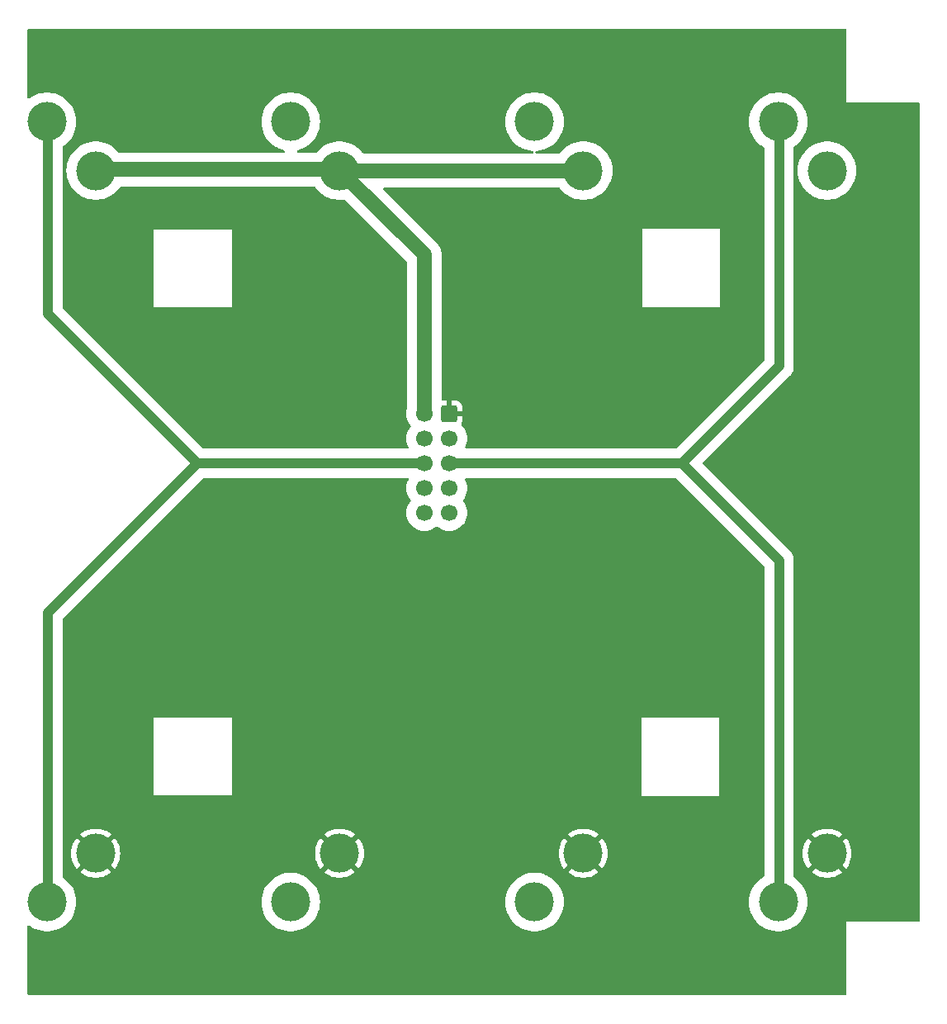
<source format=gtl>
G04 #@! TF.GenerationSoftware,KiCad,Pcbnew,(7.0.0)*
G04 #@! TF.CreationDate,2023-05-18T23:50:50+02:00*
G04 #@! TF.ProjectId,Fad_2,4661645f-322e-46b6-9963-61645f706362,rev?*
G04 #@! TF.SameCoordinates,Original*
G04 #@! TF.FileFunction,Copper,L1,Top*
G04 #@! TF.FilePolarity,Positive*
%FSLAX46Y46*%
G04 Gerber Fmt 4.6, Leading zero omitted, Abs format (unit mm)*
G04 Created by KiCad (PCBNEW (7.0.0)) date 2023-05-18 23:50:50*
%MOMM*%
%LPD*%
G01*
G04 APERTURE LIST*
G04 Aperture macros list*
%AMRoundRect*
0 Rectangle with rounded corners*
0 $1 Rounding radius*
0 $2 $3 $4 $5 $6 $7 $8 $9 X,Y pos of 4 corners*
0 Add a 4 corners polygon primitive as box body*
4,1,4,$2,$3,$4,$5,$6,$7,$8,$9,$2,$3,0*
0 Add four circle primitives for the rounded corners*
1,1,$1+$1,$2,$3*
1,1,$1+$1,$4,$5*
1,1,$1+$1,$6,$7*
1,1,$1+$1,$8,$9*
0 Add four rect primitives between the rounded corners*
20,1,$1+$1,$2,$3,$4,$5,0*
20,1,$1+$1,$4,$5,$6,$7,0*
20,1,$1+$1,$6,$7,$8,$9,0*
20,1,$1+$1,$8,$9,$2,$3,0*%
G04 Aperture macros list end*
G04 #@! TA.AperFunction,ComponentPad*
%ADD10C,4.000000*%
G04 #@! TD*
G04 #@! TA.AperFunction,ComponentPad*
%ADD11RoundRect,0.250000X0.600000X0.600000X-0.600000X0.600000X-0.600000X-0.600000X0.600000X-0.600000X0*%
G04 #@! TD*
G04 #@! TA.AperFunction,ComponentPad*
%ADD12C,1.700000*%
G04 #@! TD*
G04 #@! TA.AperFunction,Conductor*
%ADD13C,1.500000*%
G04 #@! TD*
G04 #@! TA.AperFunction,Conductor*
%ADD14C,1.000000*%
G04 #@! TD*
G04 APERTURE END LIST*
D10*
X165000000Y-135000000D03*
X160000000Y-60000000D03*
X160000000Y-140000000D03*
X165000000Y-65000000D03*
X90000000Y-135000000D03*
X85000000Y-60000000D03*
X85000000Y-140000000D03*
X90000000Y-65000000D03*
X140000000Y-135000000D03*
X135000000Y-60000000D03*
X135000000Y-140000000D03*
X140000000Y-65000000D03*
X115000000Y-135000000D03*
X110000000Y-60000000D03*
X110000000Y-140000000D03*
X115000000Y-65000000D03*
D11*
X126252500Y-89920000D03*
D12*
X123712500Y-89920000D03*
X126252500Y-92460000D03*
X123712500Y-92460000D03*
X126252500Y-95000000D03*
X123712500Y-95000000D03*
X126252500Y-97540000D03*
X123712500Y-97540000D03*
X126252500Y-100080000D03*
X123712500Y-100080000D03*
D13*
X90087500Y-64912500D02*
X115000000Y-64912500D01*
X115000000Y-64912500D02*
X115087500Y-65000000D01*
X123712500Y-89920000D02*
X123712500Y-73625000D01*
X115000000Y-65000000D02*
X140000000Y-65000000D01*
X123712500Y-73625000D02*
X115087500Y-65000000D01*
D14*
X160087500Y-59912500D02*
X160087500Y-85012500D01*
X160087500Y-104987500D02*
X160087500Y-139912500D01*
X126252500Y-95000000D02*
X150100000Y-95000000D01*
X160087500Y-85012500D02*
X150100000Y-95000000D01*
X150100000Y-95000000D02*
X160087500Y-104987500D01*
X85087500Y-59912500D02*
X85087500Y-79687500D01*
X85087500Y-79687500D02*
X100400000Y-95000000D01*
X85087500Y-139912500D02*
X85087500Y-110312500D01*
X85087500Y-110312500D02*
X100400000Y-95000000D01*
X100400000Y-95000000D02*
X123712500Y-95000000D01*
G04 #@! TA.AperFunction,Conductor*
G36*
X166937000Y-50516881D02*
G01*
X166983119Y-50563000D01*
X167000000Y-50626000D01*
X167000000Y-58000000D01*
X174374000Y-58000000D01*
X174437000Y-58016881D01*
X174483119Y-58063000D01*
X174500000Y-58126000D01*
X174500000Y-141874000D01*
X174483119Y-141937000D01*
X174437000Y-141983119D01*
X174374000Y-142000000D01*
X167000000Y-142000000D01*
X167000000Y-142016590D01*
X167000000Y-149374000D01*
X166983119Y-149437000D01*
X166937000Y-149483119D01*
X166874000Y-149500000D01*
X83126000Y-149500000D01*
X83063000Y-149483119D01*
X83016881Y-149437000D01*
X83000000Y-149374000D01*
X83000000Y-142508712D01*
X83018759Y-142442565D01*
X83069450Y-142396115D01*
X83136980Y-142383191D01*
X83201240Y-142407643D01*
X83202375Y-142408488D01*
X83205189Y-142410849D01*
X83208255Y-142412865D01*
X83208257Y-142412867D01*
X83253410Y-142442565D01*
X83497207Y-142602913D01*
X83500466Y-142604550D01*
X83500470Y-142604552D01*
X83579672Y-142644328D01*
X83809549Y-142759777D01*
X84137989Y-142879319D01*
X84478086Y-142959923D01*
X84825241Y-143000500D01*
X85171090Y-143000500D01*
X85174759Y-143000500D01*
X85521914Y-142959923D01*
X85862011Y-142879319D01*
X86190451Y-142759777D01*
X86502793Y-142602913D01*
X86794811Y-142410849D01*
X87062558Y-142186183D01*
X87302412Y-141931953D01*
X87511130Y-141651596D01*
X87685889Y-141348904D01*
X87824326Y-141027971D01*
X87924569Y-140693136D01*
X87985262Y-140348927D01*
X88005585Y-140000000D01*
X106994415Y-140000000D01*
X107014738Y-140348927D01*
X107015372Y-140352522D01*
X107015373Y-140352531D01*
X107074793Y-140689523D01*
X107074796Y-140689538D01*
X107075431Y-140693136D01*
X107175674Y-141027971D01*
X107177121Y-141031326D01*
X107177126Y-141031339D01*
X107312657Y-141345535D01*
X107312662Y-141345545D01*
X107314111Y-141348904D01*
X107488870Y-141651596D01*
X107697588Y-141931953D01*
X107700096Y-141934612D01*
X107700100Y-141934616D01*
X107761787Y-142000000D01*
X107937442Y-142186183D01*
X107940243Y-142188533D01*
X108187629Y-142396115D01*
X108205189Y-142410849D01*
X108497207Y-142602913D01*
X108500466Y-142604550D01*
X108500470Y-142604552D01*
X108579672Y-142644328D01*
X108809549Y-142759777D01*
X109137989Y-142879319D01*
X109478086Y-142959923D01*
X109825241Y-143000500D01*
X110171090Y-143000500D01*
X110174759Y-143000500D01*
X110521914Y-142959923D01*
X110862011Y-142879319D01*
X111190451Y-142759777D01*
X111502793Y-142602913D01*
X111794811Y-142410849D01*
X112062558Y-142186183D01*
X112302412Y-141931953D01*
X112511130Y-141651596D01*
X112685889Y-141348904D01*
X112824326Y-141027971D01*
X112924569Y-140693136D01*
X112985262Y-140348927D01*
X113005585Y-140000000D01*
X131994415Y-140000000D01*
X132014738Y-140348927D01*
X132015372Y-140352522D01*
X132015373Y-140352531D01*
X132074793Y-140689523D01*
X132074796Y-140689538D01*
X132075431Y-140693136D01*
X132175674Y-141027971D01*
X132177121Y-141031326D01*
X132177126Y-141031339D01*
X132312657Y-141345535D01*
X132312662Y-141345545D01*
X132314111Y-141348904D01*
X132488870Y-141651596D01*
X132697588Y-141931953D01*
X132700096Y-141934612D01*
X132700100Y-141934616D01*
X132761787Y-142000000D01*
X132937442Y-142186183D01*
X132940243Y-142188533D01*
X133187629Y-142396115D01*
X133205189Y-142410849D01*
X133497207Y-142602913D01*
X133500466Y-142604550D01*
X133500470Y-142604552D01*
X133579672Y-142644328D01*
X133809549Y-142759777D01*
X134137989Y-142879319D01*
X134478086Y-142959923D01*
X134825241Y-143000500D01*
X135171090Y-143000500D01*
X135174759Y-143000500D01*
X135521914Y-142959923D01*
X135862011Y-142879319D01*
X136190451Y-142759777D01*
X136502793Y-142602913D01*
X136794811Y-142410849D01*
X137062558Y-142186183D01*
X137302412Y-141931953D01*
X137511130Y-141651596D01*
X137685889Y-141348904D01*
X137824326Y-141027971D01*
X137924569Y-140693136D01*
X137985262Y-140348927D01*
X138005585Y-140000000D01*
X137985262Y-139651073D01*
X137924569Y-139306864D01*
X137824326Y-138972029D01*
X137685889Y-138651096D01*
X137511130Y-138348404D01*
X137302412Y-138068047D01*
X137062558Y-137813817D01*
X136794811Y-137589151D01*
X136791737Y-137587129D01*
X136505850Y-137399097D01*
X136505842Y-137399092D01*
X136502793Y-137397087D01*
X136499539Y-137395452D01*
X136499529Y-137395447D01*
X136268871Y-137279607D01*
X136190451Y-137240223D01*
X135862011Y-137120681D01*
X135858452Y-137119837D01*
X135858447Y-137119836D01*
X135525477Y-137040921D01*
X135525469Y-137040919D01*
X135521914Y-137040077D01*
X135518283Y-137039652D01*
X135518274Y-137039651D01*
X135178403Y-136999925D01*
X135178387Y-136999924D01*
X135174759Y-136999500D01*
X134825241Y-136999500D01*
X134821613Y-136999923D01*
X134821596Y-136999925D01*
X134481725Y-137039651D01*
X134481713Y-137039652D01*
X134478086Y-137040077D01*
X134474533Y-137040919D01*
X134474522Y-137040921D01*
X134141552Y-137119836D01*
X134141543Y-137119838D01*
X134137989Y-137120681D01*
X134134546Y-137121933D01*
X134134543Y-137121935D01*
X133812994Y-137238969D01*
X133809549Y-137240223D01*
X133806282Y-137241863D01*
X133806279Y-137241865D01*
X133500470Y-137395447D01*
X133500453Y-137395456D01*
X133497207Y-137397087D01*
X133494165Y-137399087D01*
X133494149Y-137399097D01*
X133208262Y-137587129D01*
X133208252Y-137587136D01*
X133205189Y-137589151D01*
X133202387Y-137591501D01*
X133202375Y-137591511D01*
X132940243Y-137811466D01*
X132940236Y-137811472D01*
X132937442Y-137813817D01*
X132934936Y-137816472D01*
X132934933Y-137816476D01*
X132700100Y-138065383D01*
X132700089Y-138065395D01*
X132697588Y-138068047D01*
X132695404Y-138070980D01*
X132695402Y-138070983D01*
X132491055Y-138345468D01*
X132491049Y-138345476D01*
X132488870Y-138348404D01*
X132487038Y-138351576D01*
X132487038Y-138351577D01*
X132315945Y-138647918D01*
X132315939Y-138647928D01*
X132314111Y-138651096D01*
X132312665Y-138654447D01*
X132312657Y-138654464D01*
X132177126Y-138968660D01*
X132177119Y-138968678D01*
X132175674Y-138972029D01*
X132075431Y-139306864D01*
X132074797Y-139310457D01*
X132074793Y-139310476D01*
X132015373Y-139647468D01*
X132015371Y-139647479D01*
X132014738Y-139651073D01*
X131994415Y-140000000D01*
X113005585Y-140000000D01*
X112985262Y-139651073D01*
X112924569Y-139306864D01*
X112824326Y-138972029D01*
X112685889Y-138651096D01*
X112511130Y-138348404D01*
X112302412Y-138068047D01*
X112062558Y-137813817D01*
X111794811Y-137589151D01*
X111791737Y-137587129D01*
X111505850Y-137399097D01*
X111505842Y-137399092D01*
X111502793Y-137397087D01*
X111499539Y-137395452D01*
X111499529Y-137395447D01*
X111268871Y-137279607D01*
X111190451Y-137240223D01*
X110862011Y-137120681D01*
X110858452Y-137119837D01*
X110858447Y-137119836D01*
X110525477Y-137040921D01*
X110525469Y-137040919D01*
X110521914Y-137040077D01*
X110518283Y-137039652D01*
X110518274Y-137039651D01*
X110178403Y-136999925D01*
X110178387Y-136999924D01*
X110174759Y-136999500D01*
X109825241Y-136999500D01*
X109821613Y-136999923D01*
X109821596Y-136999925D01*
X109481725Y-137039651D01*
X109481713Y-137039652D01*
X109478086Y-137040077D01*
X109474533Y-137040919D01*
X109474522Y-137040921D01*
X109141552Y-137119836D01*
X109141543Y-137119838D01*
X109137989Y-137120681D01*
X109134546Y-137121933D01*
X109134543Y-137121935D01*
X108812994Y-137238969D01*
X108809549Y-137240223D01*
X108806282Y-137241863D01*
X108806279Y-137241865D01*
X108500470Y-137395447D01*
X108500453Y-137395456D01*
X108497207Y-137397087D01*
X108494165Y-137399087D01*
X108494149Y-137399097D01*
X108208262Y-137587129D01*
X108208252Y-137587136D01*
X108205189Y-137589151D01*
X108202387Y-137591501D01*
X108202375Y-137591511D01*
X107940243Y-137811466D01*
X107940236Y-137811472D01*
X107937442Y-137813817D01*
X107934936Y-137816472D01*
X107934933Y-137816476D01*
X107700100Y-138065383D01*
X107700089Y-138065395D01*
X107697588Y-138068047D01*
X107695404Y-138070980D01*
X107695402Y-138070983D01*
X107491055Y-138345468D01*
X107491049Y-138345476D01*
X107488870Y-138348404D01*
X107487038Y-138351576D01*
X107487038Y-138351577D01*
X107315945Y-138647918D01*
X107315939Y-138647928D01*
X107314111Y-138651096D01*
X107312665Y-138654447D01*
X107312657Y-138654464D01*
X107177126Y-138968660D01*
X107177119Y-138968678D01*
X107175674Y-138972029D01*
X107075431Y-139306864D01*
X107074797Y-139310457D01*
X107074793Y-139310476D01*
X107015373Y-139647468D01*
X107015371Y-139647479D01*
X107014738Y-139651073D01*
X106994415Y-140000000D01*
X88005585Y-140000000D01*
X87985262Y-139651073D01*
X87924569Y-139306864D01*
X87824326Y-138972029D01*
X87685889Y-138651096D01*
X87511130Y-138348404D01*
X87302412Y-138068047D01*
X87062558Y-137813817D01*
X86794811Y-137589151D01*
X86670671Y-137507503D01*
X86644762Y-137490462D01*
X86603095Y-137444991D01*
X86588000Y-137385191D01*
X86588000Y-136946400D01*
X88416182Y-136946400D01*
X88423573Y-136954718D01*
X88650280Y-137119429D01*
X88656961Y-137123669D01*
X88926572Y-137271889D01*
X88933707Y-137275247D01*
X89219769Y-137388507D01*
X89227295Y-137390952D01*
X89525278Y-137467462D01*
X89533050Y-137468944D01*
X89838278Y-137507503D01*
X89846169Y-137508000D01*
X90153831Y-137508000D01*
X90161721Y-137507503D01*
X90466949Y-137468944D01*
X90474721Y-137467462D01*
X90772704Y-137390952D01*
X90780230Y-137388507D01*
X91066292Y-137275247D01*
X91073427Y-137271889D01*
X91343038Y-137123669D01*
X91349719Y-137119429D01*
X91576426Y-136954717D01*
X91583817Y-136946400D01*
X113416182Y-136946400D01*
X113423573Y-136954718D01*
X113650280Y-137119429D01*
X113656961Y-137123669D01*
X113926572Y-137271889D01*
X113933707Y-137275247D01*
X114219769Y-137388507D01*
X114227295Y-137390952D01*
X114525278Y-137467462D01*
X114533050Y-137468944D01*
X114838278Y-137507503D01*
X114846169Y-137508000D01*
X115153831Y-137508000D01*
X115161721Y-137507503D01*
X115466949Y-137468944D01*
X115474721Y-137467462D01*
X115772704Y-137390952D01*
X115780230Y-137388507D01*
X116066292Y-137275247D01*
X116073427Y-137271889D01*
X116343038Y-137123669D01*
X116349719Y-137119429D01*
X116576426Y-136954717D01*
X116583817Y-136946400D01*
X138416182Y-136946400D01*
X138423573Y-136954718D01*
X138650280Y-137119429D01*
X138656961Y-137123669D01*
X138926572Y-137271889D01*
X138933707Y-137275247D01*
X139219769Y-137388507D01*
X139227295Y-137390952D01*
X139525278Y-137467462D01*
X139533050Y-137468944D01*
X139838278Y-137507503D01*
X139846169Y-137508000D01*
X140153831Y-137508000D01*
X140161721Y-137507503D01*
X140466949Y-137468944D01*
X140474721Y-137467462D01*
X140772704Y-137390952D01*
X140780230Y-137388507D01*
X141066292Y-137275247D01*
X141073427Y-137271889D01*
X141343038Y-137123669D01*
X141349719Y-137119429D01*
X141576426Y-136954717D01*
X141583817Y-136946400D01*
X141577815Y-136937025D01*
X140011729Y-135370939D01*
X140000000Y-135364167D01*
X139988270Y-135370939D01*
X138422183Y-136937025D01*
X138416182Y-136946400D01*
X116583817Y-136946400D01*
X116577815Y-136937025D01*
X115011729Y-135370939D01*
X115000000Y-135364167D01*
X114988270Y-135370939D01*
X113422183Y-136937025D01*
X113416182Y-136946400D01*
X91583817Y-136946400D01*
X91577815Y-136937025D01*
X90011729Y-135370939D01*
X90000000Y-135364167D01*
X89988270Y-135370939D01*
X88422183Y-136937025D01*
X88416182Y-136946400D01*
X86588000Y-136946400D01*
X86588000Y-135003958D01*
X87487290Y-135003958D01*
X87506606Y-135310994D01*
X87507599Y-135318855D01*
X87565245Y-135621046D01*
X87567216Y-135628723D01*
X87662284Y-135921309D01*
X87665199Y-135928672D01*
X87796189Y-136207040D01*
X87800001Y-136213974D01*
X87964847Y-136473730D01*
X87969500Y-136480135D01*
X88044826Y-136571187D01*
X88056309Y-136579079D01*
X88068486Y-136572302D01*
X89629060Y-135011729D01*
X89635832Y-135000000D01*
X90364167Y-135000000D01*
X90370939Y-135011729D01*
X91931513Y-136572303D01*
X91943688Y-136579080D01*
X91955172Y-136571187D01*
X92030499Y-136480135D01*
X92035152Y-136473730D01*
X92199998Y-136213974D01*
X92203810Y-136207040D01*
X92334800Y-135928672D01*
X92337715Y-135921309D01*
X92432783Y-135628723D01*
X92434754Y-135621046D01*
X92492400Y-135318855D01*
X92493393Y-135310994D01*
X92512710Y-135003958D01*
X112487290Y-135003958D01*
X112506606Y-135310994D01*
X112507599Y-135318855D01*
X112565245Y-135621046D01*
X112567216Y-135628723D01*
X112662284Y-135921309D01*
X112665199Y-135928672D01*
X112796189Y-136207040D01*
X112800001Y-136213974D01*
X112964847Y-136473730D01*
X112969500Y-136480135D01*
X113044826Y-136571187D01*
X113056309Y-136579079D01*
X113068486Y-136572302D01*
X114629060Y-135011729D01*
X114635832Y-135000000D01*
X115364167Y-135000000D01*
X115370939Y-135011729D01*
X116931513Y-136572303D01*
X116943688Y-136579080D01*
X116955172Y-136571187D01*
X117030499Y-136480135D01*
X117035152Y-136473730D01*
X117199998Y-136213974D01*
X117203810Y-136207040D01*
X117334800Y-135928672D01*
X117337715Y-135921309D01*
X117432783Y-135628723D01*
X117434754Y-135621046D01*
X117492400Y-135318855D01*
X117493393Y-135310994D01*
X117512710Y-135003958D01*
X137487290Y-135003958D01*
X137506606Y-135310994D01*
X137507599Y-135318855D01*
X137565245Y-135621046D01*
X137567216Y-135628723D01*
X137662284Y-135921309D01*
X137665199Y-135928672D01*
X137796189Y-136207040D01*
X137800001Y-136213974D01*
X137964847Y-136473730D01*
X137969500Y-136480135D01*
X138044826Y-136571187D01*
X138056309Y-136579079D01*
X138068486Y-136572302D01*
X139629060Y-135011729D01*
X139635832Y-135000000D01*
X140364167Y-135000000D01*
X140370939Y-135011729D01*
X141931513Y-136572303D01*
X141943688Y-136579080D01*
X141955172Y-136571187D01*
X142030499Y-136480135D01*
X142035152Y-136473730D01*
X142199998Y-136213974D01*
X142203810Y-136207040D01*
X142334800Y-135928672D01*
X142337715Y-135921309D01*
X142432783Y-135628723D01*
X142434754Y-135621046D01*
X142492400Y-135318855D01*
X142493393Y-135310994D01*
X142512710Y-135003958D01*
X142512710Y-134996042D01*
X142493393Y-134689005D01*
X142492400Y-134681144D01*
X142434754Y-134378953D01*
X142432783Y-134371276D01*
X142337715Y-134078690D01*
X142334800Y-134071327D01*
X142203810Y-133792959D01*
X142199998Y-133786025D01*
X142035152Y-133526269D01*
X142030499Y-133519864D01*
X141955172Y-133428811D01*
X141943689Y-133420919D01*
X141931512Y-133427696D01*
X140370939Y-134988270D01*
X140364167Y-135000000D01*
X139635832Y-135000000D01*
X139629060Y-134988270D01*
X138068486Y-133427696D01*
X138056310Y-133420919D01*
X138044825Y-133428812D01*
X137969495Y-133519870D01*
X137964850Y-133526263D01*
X137800001Y-133786025D01*
X137796189Y-133792959D01*
X137665199Y-134071327D01*
X137662284Y-134078690D01*
X137567216Y-134371276D01*
X137565245Y-134378953D01*
X137507599Y-134681144D01*
X137506606Y-134689005D01*
X137487290Y-134996042D01*
X137487290Y-135003958D01*
X117512710Y-135003958D01*
X117512710Y-134996042D01*
X117493393Y-134689005D01*
X117492400Y-134681144D01*
X117434754Y-134378953D01*
X117432783Y-134371276D01*
X117337715Y-134078690D01*
X117334800Y-134071327D01*
X117203810Y-133792959D01*
X117199998Y-133786025D01*
X117035152Y-133526269D01*
X117030499Y-133519864D01*
X116955172Y-133428811D01*
X116943689Y-133420919D01*
X116931512Y-133427696D01*
X115370939Y-134988270D01*
X115364167Y-135000000D01*
X114635832Y-135000000D01*
X114629060Y-134988270D01*
X113068486Y-133427696D01*
X113056310Y-133420919D01*
X113044825Y-133428812D01*
X112969495Y-133519870D01*
X112964850Y-133526263D01*
X112800001Y-133786025D01*
X112796189Y-133792959D01*
X112665199Y-134071327D01*
X112662284Y-134078690D01*
X112567216Y-134371276D01*
X112565245Y-134378953D01*
X112507599Y-134681144D01*
X112506606Y-134689005D01*
X112487290Y-134996042D01*
X112487290Y-135003958D01*
X92512710Y-135003958D01*
X92512710Y-134996042D01*
X92493393Y-134689005D01*
X92492400Y-134681144D01*
X92434754Y-134378953D01*
X92432783Y-134371276D01*
X92337715Y-134078690D01*
X92334800Y-134071327D01*
X92203810Y-133792959D01*
X92199998Y-133786025D01*
X92035152Y-133526269D01*
X92030499Y-133519864D01*
X91955172Y-133428811D01*
X91943689Y-133420919D01*
X91931512Y-133427696D01*
X90370939Y-134988270D01*
X90364167Y-135000000D01*
X89635832Y-135000000D01*
X89629060Y-134988270D01*
X88068486Y-133427696D01*
X88056310Y-133420919D01*
X88044825Y-133428812D01*
X87969495Y-133519870D01*
X87964850Y-133526263D01*
X87800001Y-133786025D01*
X87796189Y-133792959D01*
X87665199Y-134071327D01*
X87662284Y-134078690D01*
X87567216Y-134371276D01*
X87565245Y-134378953D01*
X87507599Y-134681144D01*
X87506606Y-134689005D01*
X87487290Y-134996042D01*
X87487290Y-135003958D01*
X86588000Y-135003958D01*
X86588000Y-133053598D01*
X88416181Y-133053598D01*
X88422183Y-133062973D01*
X89988270Y-134629060D01*
X90000000Y-134635832D01*
X90011729Y-134629060D01*
X91577815Y-133062973D01*
X91583816Y-133053598D01*
X113416181Y-133053598D01*
X113422183Y-133062973D01*
X114988270Y-134629060D01*
X115000000Y-134635832D01*
X115011729Y-134629060D01*
X116577815Y-133062973D01*
X116583816Y-133053598D01*
X138416181Y-133053598D01*
X138422183Y-133062973D01*
X139988270Y-134629060D01*
X140000000Y-134635832D01*
X140011729Y-134629060D01*
X141577815Y-133062973D01*
X141583816Y-133053598D01*
X141576425Y-133045280D01*
X141349719Y-132880570D01*
X141343038Y-132876330D01*
X141073427Y-132728110D01*
X141066292Y-132724752D01*
X140780230Y-132611492D01*
X140772704Y-132609047D01*
X140474721Y-132532537D01*
X140466949Y-132531055D01*
X140161721Y-132492496D01*
X140153831Y-132492000D01*
X139846169Y-132492000D01*
X139838278Y-132492496D01*
X139533050Y-132531055D01*
X139525278Y-132532537D01*
X139227295Y-132609047D01*
X139219769Y-132611492D01*
X138933707Y-132724752D01*
X138926572Y-132728110D01*
X138656961Y-132876330D01*
X138650280Y-132880570D01*
X138423572Y-133045281D01*
X138416181Y-133053598D01*
X116583816Y-133053598D01*
X116576425Y-133045280D01*
X116349719Y-132880570D01*
X116343038Y-132876330D01*
X116073427Y-132728110D01*
X116066292Y-132724752D01*
X115780230Y-132611492D01*
X115772704Y-132609047D01*
X115474721Y-132532537D01*
X115466949Y-132531055D01*
X115161721Y-132492496D01*
X115153831Y-132492000D01*
X114846169Y-132492000D01*
X114838278Y-132492496D01*
X114533050Y-132531055D01*
X114525278Y-132532537D01*
X114227295Y-132609047D01*
X114219769Y-132611492D01*
X113933707Y-132724752D01*
X113926572Y-132728110D01*
X113656961Y-132876330D01*
X113650280Y-132880570D01*
X113423572Y-133045281D01*
X113416181Y-133053598D01*
X91583816Y-133053598D01*
X91576425Y-133045280D01*
X91349719Y-132880570D01*
X91343038Y-132876330D01*
X91073427Y-132728110D01*
X91066292Y-132724752D01*
X90780230Y-132611492D01*
X90772704Y-132609047D01*
X90474721Y-132532537D01*
X90466949Y-132531055D01*
X90161721Y-132492496D01*
X90153831Y-132492000D01*
X89846169Y-132492000D01*
X89838278Y-132492496D01*
X89533050Y-132531055D01*
X89525278Y-132532537D01*
X89227295Y-132609047D01*
X89219769Y-132611492D01*
X88933707Y-132724752D01*
X88926572Y-132728110D01*
X88656961Y-132876330D01*
X88650280Y-132880570D01*
X88423572Y-133045281D01*
X88416181Y-133053598D01*
X86588000Y-133053598D01*
X86588000Y-121050000D01*
X95950000Y-121050000D01*
X95950000Y-129050000D01*
X103933410Y-129050000D01*
X103950000Y-129050000D01*
X103950000Y-121100000D01*
X145950000Y-121100000D01*
X145950000Y-129100000D01*
X153933410Y-129100000D01*
X153950000Y-129100000D01*
X153950000Y-121100000D01*
X145950000Y-121100000D01*
X103950000Y-121100000D01*
X103950000Y-121050000D01*
X95950000Y-121050000D01*
X86588000Y-121050000D01*
X86588000Y-110986218D01*
X86597591Y-110938000D01*
X86624905Y-110897123D01*
X100984623Y-96537405D01*
X101025500Y-96510091D01*
X101073718Y-96500500D01*
X121959347Y-96500500D01*
X122021697Y-96517008D01*
X122067709Y-96562206D01*
X122085327Y-96624252D01*
X122069934Y-96686886D01*
X122027084Y-96765358D01*
X122027081Y-96765363D01*
X122024926Y-96769311D01*
X122023358Y-96773514D01*
X122023352Y-96773528D01*
X121933996Y-97013103D01*
X121933993Y-97013110D01*
X121932423Y-97017322D01*
X121931467Y-97021712D01*
X121931466Y-97021719D01*
X121877112Y-97271580D01*
X121877110Y-97271591D01*
X121876157Y-97275974D01*
X121857273Y-97540000D01*
X121876157Y-97804026D01*
X121877110Y-97808410D01*
X121877112Y-97808419D01*
X121931466Y-98058280D01*
X121932423Y-98062678D01*
X121933995Y-98066893D01*
X121933996Y-98066896D01*
X122023352Y-98306471D01*
X122023356Y-98306480D01*
X122024926Y-98310689D01*
X122027081Y-98314636D01*
X122027084Y-98314642D01*
X122137258Y-98516410D01*
X122151784Y-98543011D01*
X122154480Y-98546613D01*
X122154483Y-98546617D01*
X122295123Y-98734490D01*
X122317375Y-98783216D01*
X122317376Y-98836782D01*
X122295124Y-98885507D01*
X122154482Y-99073384D01*
X122154477Y-99073390D01*
X122151784Y-99076989D01*
X122149628Y-99080936D01*
X122149625Y-99080942D01*
X122027084Y-99305357D01*
X122027078Y-99305368D01*
X122024926Y-99309311D01*
X122023358Y-99313514D01*
X122023352Y-99313528D01*
X121933996Y-99553103D01*
X121933993Y-99553110D01*
X121932423Y-99557322D01*
X121931467Y-99561712D01*
X121931466Y-99561719D01*
X121877112Y-99811580D01*
X121877110Y-99811591D01*
X121876157Y-99815974D01*
X121857273Y-100080000D01*
X121876157Y-100344026D01*
X121877110Y-100348410D01*
X121877112Y-100348419D01*
X121931466Y-100598280D01*
X121932423Y-100602678D01*
X121933995Y-100606893D01*
X121933996Y-100606896D01*
X122023352Y-100846471D01*
X122023356Y-100846480D01*
X122024926Y-100850689D01*
X122027081Y-100854636D01*
X122027084Y-100854642D01*
X122137258Y-101056410D01*
X122151784Y-101083011D01*
X122310413Y-101294915D01*
X122497585Y-101482087D01*
X122709489Y-101640716D01*
X122941811Y-101767574D01*
X123189822Y-101860077D01*
X123448474Y-101916343D01*
X123712500Y-101935227D01*
X123976526Y-101916343D01*
X124235178Y-101860077D01*
X124483189Y-101767574D01*
X124715511Y-101640716D01*
X124906991Y-101497375D01*
X124955717Y-101475123D01*
X125009283Y-101475123D01*
X125058008Y-101497375D01*
X125249489Y-101640716D01*
X125481811Y-101767574D01*
X125729822Y-101860077D01*
X125988474Y-101916343D01*
X126252500Y-101935227D01*
X126516526Y-101916343D01*
X126775178Y-101860077D01*
X127023189Y-101767574D01*
X127255511Y-101640716D01*
X127467415Y-101482087D01*
X127654587Y-101294915D01*
X127813216Y-101083011D01*
X127940074Y-100850689D01*
X128032577Y-100602678D01*
X128088843Y-100344026D01*
X128107727Y-100080000D01*
X128088843Y-99815974D01*
X128032577Y-99557322D01*
X127940074Y-99309311D01*
X127813216Y-99076989D01*
X127669875Y-98885507D01*
X127647623Y-98836783D01*
X127647623Y-98783217D01*
X127669876Y-98734491D01*
X127669877Y-98734490D01*
X127813216Y-98543011D01*
X127940074Y-98310689D01*
X128032577Y-98062678D01*
X128088843Y-97804026D01*
X128107727Y-97540000D01*
X128088843Y-97275974D01*
X128032577Y-97017322D01*
X127940074Y-96769311D01*
X127895065Y-96686884D01*
X127879673Y-96624252D01*
X127897291Y-96562206D01*
X127943303Y-96517008D01*
X128005653Y-96500500D01*
X149426282Y-96500500D01*
X149474500Y-96510091D01*
X149515377Y-96537405D01*
X158550095Y-105572123D01*
X158577409Y-105613000D01*
X158587000Y-105661218D01*
X158587000Y-137274273D01*
X158568241Y-137340420D01*
X158517548Y-137386871D01*
X158500477Y-137395444D01*
X158500472Y-137395447D01*
X158497207Y-137397087D01*
X158494164Y-137399087D01*
X158494149Y-137399097D01*
X158208262Y-137587129D01*
X158208252Y-137587136D01*
X158205189Y-137589151D01*
X158202387Y-137591501D01*
X158202375Y-137591511D01*
X157940243Y-137811466D01*
X157940236Y-137811472D01*
X157937442Y-137813817D01*
X157934936Y-137816472D01*
X157934933Y-137816476D01*
X157700100Y-138065383D01*
X157700089Y-138065395D01*
X157697588Y-138068047D01*
X157695404Y-138070980D01*
X157695402Y-138070983D01*
X157491055Y-138345468D01*
X157491049Y-138345476D01*
X157488870Y-138348404D01*
X157487038Y-138351576D01*
X157487038Y-138351577D01*
X157315945Y-138647918D01*
X157315939Y-138647928D01*
X157314111Y-138651096D01*
X157312665Y-138654447D01*
X157312657Y-138654464D01*
X157177126Y-138968660D01*
X157177119Y-138968678D01*
X157175674Y-138972029D01*
X157075431Y-139306864D01*
X157074797Y-139310457D01*
X157074793Y-139310476D01*
X157015373Y-139647468D01*
X157015371Y-139647479D01*
X157014738Y-139651073D01*
X156994415Y-140000000D01*
X157014738Y-140348927D01*
X157015372Y-140352522D01*
X157015373Y-140352531D01*
X157074793Y-140689523D01*
X157074796Y-140689538D01*
X157075431Y-140693136D01*
X157175674Y-141027971D01*
X157177121Y-141031326D01*
X157177126Y-141031339D01*
X157312657Y-141345535D01*
X157312662Y-141345545D01*
X157314111Y-141348904D01*
X157488870Y-141651596D01*
X157697588Y-141931953D01*
X157700096Y-141934612D01*
X157700100Y-141934616D01*
X157761787Y-142000000D01*
X157937442Y-142186183D01*
X157940243Y-142188533D01*
X158187629Y-142396115D01*
X158205189Y-142410849D01*
X158497207Y-142602913D01*
X158500466Y-142604550D01*
X158500470Y-142604552D01*
X158579672Y-142644328D01*
X158809549Y-142759777D01*
X159137989Y-142879319D01*
X159478086Y-142959923D01*
X159825241Y-143000500D01*
X160171090Y-143000500D01*
X160174759Y-143000500D01*
X160521914Y-142959923D01*
X160862011Y-142879319D01*
X161190451Y-142759777D01*
X161502793Y-142602913D01*
X161794811Y-142410849D01*
X162062558Y-142186183D01*
X162302412Y-141931953D01*
X162511130Y-141651596D01*
X162685889Y-141348904D01*
X162824326Y-141027971D01*
X162924569Y-140693136D01*
X162985262Y-140348927D01*
X163005585Y-140000000D01*
X162985262Y-139651073D01*
X162924569Y-139306864D01*
X162824326Y-138972029D01*
X162685889Y-138651096D01*
X162511130Y-138348404D01*
X162302412Y-138068047D01*
X162062558Y-137813817D01*
X161794811Y-137589151D01*
X161670671Y-137507503D01*
X161644762Y-137490462D01*
X161603095Y-137444991D01*
X161588000Y-137385191D01*
X161588000Y-136946400D01*
X163416182Y-136946400D01*
X163423573Y-136954718D01*
X163650280Y-137119429D01*
X163656961Y-137123669D01*
X163926572Y-137271889D01*
X163933707Y-137275247D01*
X164219769Y-137388507D01*
X164227295Y-137390952D01*
X164525278Y-137467462D01*
X164533050Y-137468944D01*
X164838278Y-137507503D01*
X164846169Y-137508000D01*
X165153831Y-137508000D01*
X165161721Y-137507503D01*
X165466949Y-137468944D01*
X165474721Y-137467462D01*
X165772704Y-137390952D01*
X165780230Y-137388507D01*
X166066292Y-137275247D01*
X166073427Y-137271889D01*
X166343038Y-137123669D01*
X166349719Y-137119429D01*
X166576426Y-136954717D01*
X166583817Y-136946400D01*
X166577815Y-136937025D01*
X165011729Y-135370939D01*
X165000000Y-135364167D01*
X164988270Y-135370939D01*
X163422183Y-136937025D01*
X163416182Y-136946400D01*
X161588000Y-136946400D01*
X161588000Y-135003958D01*
X162487290Y-135003958D01*
X162506606Y-135310994D01*
X162507599Y-135318855D01*
X162565245Y-135621046D01*
X162567216Y-135628723D01*
X162662284Y-135921309D01*
X162665199Y-135928672D01*
X162796189Y-136207040D01*
X162800001Y-136213974D01*
X162964847Y-136473730D01*
X162969500Y-136480135D01*
X163044826Y-136571187D01*
X163056309Y-136579079D01*
X163068486Y-136572302D01*
X164629060Y-135011729D01*
X164635832Y-135000000D01*
X165364167Y-135000000D01*
X165370939Y-135011729D01*
X166931513Y-136572303D01*
X166943688Y-136579080D01*
X166955172Y-136571187D01*
X167030499Y-136480135D01*
X167035152Y-136473730D01*
X167199998Y-136213974D01*
X167203810Y-136207040D01*
X167334800Y-135928672D01*
X167337715Y-135921309D01*
X167432783Y-135628723D01*
X167434754Y-135621046D01*
X167492400Y-135318855D01*
X167493393Y-135310994D01*
X167512710Y-135003958D01*
X167512710Y-134996042D01*
X167493393Y-134689005D01*
X167492400Y-134681144D01*
X167434754Y-134378953D01*
X167432783Y-134371276D01*
X167337715Y-134078690D01*
X167334800Y-134071327D01*
X167203810Y-133792959D01*
X167199998Y-133786025D01*
X167035152Y-133526269D01*
X167030499Y-133519864D01*
X166955172Y-133428811D01*
X166943689Y-133420919D01*
X166931512Y-133427696D01*
X165370939Y-134988270D01*
X165364167Y-135000000D01*
X164635832Y-135000000D01*
X164629060Y-134988270D01*
X163068486Y-133427696D01*
X163056310Y-133420919D01*
X163044825Y-133428812D01*
X162969495Y-133519870D01*
X162964850Y-133526263D01*
X162800001Y-133786025D01*
X162796189Y-133792959D01*
X162665199Y-134071327D01*
X162662284Y-134078690D01*
X162567216Y-134371276D01*
X162565245Y-134378953D01*
X162507599Y-134681144D01*
X162506606Y-134689005D01*
X162487290Y-134996042D01*
X162487290Y-135003958D01*
X161588000Y-135003958D01*
X161588000Y-133053598D01*
X163416181Y-133053598D01*
X163422183Y-133062973D01*
X164988270Y-134629060D01*
X165000000Y-134635832D01*
X165011729Y-134629060D01*
X166577815Y-133062973D01*
X166583816Y-133053598D01*
X166576425Y-133045280D01*
X166349719Y-132880570D01*
X166343038Y-132876330D01*
X166073427Y-132728110D01*
X166066292Y-132724752D01*
X165780230Y-132611492D01*
X165772704Y-132609047D01*
X165474721Y-132532537D01*
X165466949Y-132531055D01*
X165161721Y-132492496D01*
X165153831Y-132492000D01*
X164846169Y-132492000D01*
X164838278Y-132492496D01*
X164533050Y-132531055D01*
X164525278Y-132532537D01*
X164227295Y-132609047D01*
X164219769Y-132611492D01*
X163933707Y-132724752D01*
X163926572Y-132728110D01*
X163656961Y-132876330D01*
X163650280Y-132880570D01*
X163423572Y-133045281D01*
X163416181Y-133053598D01*
X161588000Y-133053598D01*
X161588000Y-105088483D01*
X161588968Y-105072898D01*
X161591212Y-105054892D01*
X161591857Y-105049721D01*
X161588108Y-104959076D01*
X161588000Y-104953869D01*
X161588000Y-104928039D01*
X161588000Y-104925433D01*
X161585650Y-104897085D01*
X161585329Y-104891906D01*
X161581581Y-104801263D01*
X161576787Y-104778405D01*
X161574536Y-104762950D01*
X161573038Y-104744871D01*
X161572608Y-104739679D01*
X161550326Y-104651692D01*
X161549162Y-104646657D01*
X161531619Y-104562989D01*
X161531618Y-104562988D01*
X161530549Y-104557886D01*
X161522062Y-104536136D01*
X161517297Y-104521263D01*
X161512842Y-104503669D01*
X161512841Y-104503666D01*
X161511563Y-104498619D01*
X161475121Y-104415540D01*
X161473138Y-104410753D01*
X161442051Y-104331083D01*
X161440156Y-104326226D01*
X161428199Y-104306160D01*
X161421049Y-104292270D01*
X161411673Y-104270893D01*
X161362072Y-104194972D01*
X161359314Y-104190555D01*
X161315529Y-104117075D01*
X161315528Y-104117074D01*
X161312866Y-104112606D01*
X161297766Y-104094778D01*
X161288438Y-104082267D01*
X161278516Y-104067079D01*
X161278510Y-104067071D01*
X161275664Y-104062715D01*
X161250467Y-104035344D01*
X161214224Y-103995973D01*
X161210778Y-103992070D01*
X161194091Y-103972368D01*
X161194088Y-103972365D01*
X161192402Y-103970374D01*
X161172293Y-103950265D01*
X161168687Y-103946507D01*
X161107244Y-103879762D01*
X161088802Y-103865408D01*
X161077106Y-103855078D01*
X152311122Y-95089094D01*
X152278510Y-95032610D01*
X152278510Y-94967388D01*
X152311119Y-94910908D01*
X161077111Y-86144915D01*
X161088797Y-86134595D01*
X161107244Y-86120238D01*
X161168724Y-86053451D01*
X161172259Y-86049767D01*
X161192402Y-86029626D01*
X161210812Y-86007887D01*
X161214203Y-86004047D01*
X161275664Y-85937285D01*
X161288442Y-85917725D01*
X161297767Y-85905220D01*
X161312866Y-85887394D01*
X161359301Y-85809463D01*
X161362059Y-85805047D01*
X161408819Y-85733476D01*
X161408821Y-85733472D01*
X161411673Y-85729107D01*
X161415113Y-85721263D01*
X161421051Y-85707727D01*
X161428202Y-85693834D01*
X161437488Y-85678251D01*
X161440156Y-85673774D01*
X161473143Y-85589231D01*
X161475112Y-85584479D01*
X161511563Y-85501381D01*
X161517297Y-85478732D01*
X161522062Y-85463862D01*
X161528652Y-85446975D01*
X161530549Y-85442114D01*
X161549179Y-85353263D01*
X161550323Y-85348318D01*
X161572608Y-85260321D01*
X161574536Y-85237046D01*
X161576786Y-85221601D01*
X161581581Y-85198737D01*
X161585329Y-85108078D01*
X161585652Y-85102891D01*
X161588000Y-85074567D01*
X161588000Y-85046131D01*
X161588108Y-85040924D01*
X161588167Y-85039492D01*
X161591857Y-84950279D01*
X161588967Y-84927101D01*
X161588000Y-84911517D01*
X161588000Y-65000000D01*
X161994415Y-65000000D01*
X162014738Y-65348927D01*
X162015372Y-65352522D01*
X162015373Y-65352531D01*
X162074793Y-65689523D01*
X162074796Y-65689538D01*
X162075431Y-65693136D01*
X162175674Y-66027971D01*
X162177121Y-66031326D01*
X162177126Y-66031339D01*
X162312657Y-66345535D01*
X162312662Y-66345545D01*
X162314111Y-66348904D01*
X162488870Y-66651596D01*
X162697588Y-66931953D01*
X162700096Y-66934612D01*
X162700100Y-66934616D01*
X162797580Y-67037938D01*
X162937442Y-67186183D01*
X163205189Y-67410849D01*
X163497207Y-67602913D01*
X163500466Y-67604550D01*
X163500470Y-67604552D01*
X163579672Y-67644328D01*
X163809549Y-67759777D01*
X164137989Y-67879319D01*
X164478086Y-67959923D01*
X164825241Y-68000500D01*
X165171090Y-68000500D01*
X165174759Y-68000500D01*
X165521914Y-67959923D01*
X165862011Y-67879319D01*
X166190451Y-67759777D01*
X166502793Y-67602913D01*
X166794811Y-67410849D01*
X167062558Y-67186183D01*
X167302412Y-66931953D01*
X167511130Y-66651596D01*
X167685889Y-66348904D01*
X167824326Y-66027971D01*
X167924569Y-65693136D01*
X167985262Y-65348927D01*
X168005585Y-65000000D01*
X167985262Y-64651073D01*
X167924569Y-64306864D01*
X167824326Y-63972029D01*
X167685889Y-63651096D01*
X167511130Y-63348404D01*
X167302412Y-63068047D01*
X167062558Y-62813817D01*
X166878745Y-62659580D01*
X166797624Y-62591511D01*
X166797619Y-62591507D01*
X166794811Y-62589151D01*
X166673766Y-62509538D01*
X166505850Y-62399097D01*
X166505842Y-62399092D01*
X166502793Y-62397087D01*
X166499539Y-62395452D01*
X166499529Y-62395447D01*
X166193720Y-62241865D01*
X166190451Y-62240223D01*
X165862011Y-62120681D01*
X165858452Y-62119837D01*
X165858447Y-62119836D01*
X165525477Y-62040921D01*
X165525469Y-62040919D01*
X165521914Y-62040077D01*
X165518283Y-62039652D01*
X165518274Y-62039651D01*
X165178403Y-61999925D01*
X165178387Y-61999924D01*
X165174759Y-61999500D01*
X164825241Y-61999500D01*
X164821613Y-61999923D01*
X164821596Y-61999925D01*
X164481725Y-62039651D01*
X164481713Y-62039652D01*
X164478086Y-62040077D01*
X164474533Y-62040919D01*
X164474522Y-62040921D01*
X164141552Y-62119836D01*
X164141543Y-62119838D01*
X164137989Y-62120681D01*
X164134546Y-62121933D01*
X164134543Y-62121935D01*
X163812994Y-62238969D01*
X163809549Y-62240223D01*
X163806282Y-62241863D01*
X163806279Y-62241865D01*
X163500470Y-62395447D01*
X163500453Y-62395456D01*
X163497207Y-62397087D01*
X163494165Y-62399087D01*
X163494149Y-62399097D01*
X163208262Y-62587129D01*
X163208252Y-62587136D01*
X163205189Y-62589151D01*
X163202387Y-62591501D01*
X163202375Y-62591511D01*
X162940243Y-62811466D01*
X162940236Y-62811472D01*
X162937442Y-62813817D01*
X162934936Y-62816472D01*
X162934933Y-62816476D01*
X162700100Y-63065383D01*
X162700089Y-63065395D01*
X162697588Y-63068047D01*
X162695404Y-63070980D01*
X162695402Y-63070983D01*
X162491055Y-63345468D01*
X162491049Y-63345476D01*
X162488870Y-63348404D01*
X162487038Y-63351576D01*
X162487038Y-63351577D01*
X162315945Y-63647918D01*
X162315939Y-63647928D01*
X162314111Y-63651096D01*
X162312665Y-63654447D01*
X162312657Y-63654464D01*
X162177126Y-63968660D01*
X162177119Y-63968678D01*
X162175674Y-63972029D01*
X162075431Y-64306864D01*
X162074797Y-64310457D01*
X162074793Y-64310476D01*
X162015373Y-64647468D01*
X162015371Y-64647479D01*
X162014738Y-64651073D01*
X161994415Y-65000000D01*
X161588000Y-65000000D01*
X161588000Y-62614809D01*
X161603095Y-62555009D01*
X161644762Y-62509538D01*
X161649625Y-62506339D01*
X161794811Y-62410849D01*
X162062558Y-62186183D01*
X162302412Y-61931953D01*
X162511130Y-61651596D01*
X162685889Y-61348904D01*
X162824326Y-61027971D01*
X162924569Y-60693136D01*
X162985262Y-60348927D01*
X163005585Y-60000000D01*
X162985262Y-59651073D01*
X162924569Y-59306864D01*
X162824326Y-58972029D01*
X162685889Y-58651096D01*
X162511130Y-58348404D01*
X162302412Y-58068047D01*
X162297650Y-58063000D01*
X162215708Y-57976147D01*
X162062558Y-57813817D01*
X161827773Y-57616809D01*
X161797624Y-57591511D01*
X161797619Y-57591507D01*
X161794811Y-57589151D01*
X161791737Y-57587129D01*
X161505850Y-57399097D01*
X161505842Y-57399092D01*
X161502793Y-57397087D01*
X161499539Y-57395452D01*
X161499529Y-57395447D01*
X161193720Y-57241865D01*
X161190451Y-57240223D01*
X160862011Y-57120681D01*
X160858452Y-57119837D01*
X160858447Y-57119836D01*
X160525477Y-57040921D01*
X160525469Y-57040919D01*
X160521914Y-57040077D01*
X160518283Y-57039652D01*
X160518274Y-57039651D01*
X160178403Y-56999925D01*
X160178387Y-56999924D01*
X160174759Y-56999500D01*
X159825241Y-56999500D01*
X159821613Y-56999923D01*
X159821596Y-56999925D01*
X159481725Y-57039651D01*
X159481713Y-57039652D01*
X159478086Y-57040077D01*
X159474533Y-57040919D01*
X159474522Y-57040921D01*
X159141552Y-57119836D01*
X159141543Y-57119838D01*
X159137989Y-57120681D01*
X159134546Y-57121933D01*
X159134543Y-57121935D01*
X158812994Y-57238969D01*
X158809549Y-57240223D01*
X158806282Y-57241863D01*
X158806279Y-57241865D01*
X158500470Y-57395447D01*
X158500453Y-57395456D01*
X158497207Y-57397087D01*
X158494165Y-57399087D01*
X158494149Y-57399097D01*
X158208262Y-57587129D01*
X158208252Y-57587136D01*
X158205189Y-57589151D01*
X158202387Y-57591501D01*
X158202375Y-57591511D01*
X157940243Y-57811466D01*
X157940236Y-57811472D01*
X157937442Y-57813817D01*
X157934936Y-57816472D01*
X157934933Y-57816476D01*
X157700100Y-58065383D01*
X157700089Y-58065395D01*
X157697588Y-58068047D01*
X157695404Y-58070980D01*
X157695402Y-58070983D01*
X157491055Y-58345468D01*
X157491049Y-58345476D01*
X157488870Y-58348404D01*
X157487038Y-58351576D01*
X157487038Y-58351577D01*
X157315945Y-58647918D01*
X157315939Y-58647928D01*
X157314111Y-58651096D01*
X157312665Y-58654447D01*
X157312657Y-58654464D01*
X157177126Y-58968660D01*
X157177119Y-58968678D01*
X157175674Y-58972029D01*
X157075431Y-59306864D01*
X157074797Y-59310457D01*
X157074793Y-59310476D01*
X157015373Y-59647468D01*
X157015371Y-59647479D01*
X157014738Y-59651073D01*
X156994415Y-60000000D01*
X157014738Y-60348927D01*
X157015372Y-60352522D01*
X157015373Y-60352531D01*
X157074793Y-60689523D01*
X157074796Y-60689538D01*
X157075431Y-60693136D01*
X157175674Y-61027971D01*
X157177121Y-61031326D01*
X157177126Y-61031339D01*
X157312657Y-61345535D01*
X157312662Y-61345545D01*
X157314111Y-61348904D01*
X157488870Y-61651596D01*
X157697588Y-61931953D01*
X157937442Y-62186183D01*
X158093744Y-62317335D01*
X158186833Y-62395447D01*
X158205189Y-62410849D01*
X158208262Y-62412870D01*
X158473208Y-62587129D01*
X158497207Y-62602913D01*
X158508391Y-62608530D01*
X158517548Y-62613129D01*
X158568241Y-62659580D01*
X158587000Y-62725727D01*
X158587000Y-84338782D01*
X158577409Y-84387000D01*
X158550095Y-84427877D01*
X149515377Y-93462595D01*
X149474500Y-93489909D01*
X149426282Y-93499500D01*
X128005653Y-93499500D01*
X127943303Y-93482992D01*
X127897291Y-93437794D01*
X127879673Y-93375748D01*
X127895066Y-93313114D01*
X127940074Y-93230689D01*
X128032577Y-92982678D01*
X128088843Y-92724026D01*
X128107727Y-92460000D01*
X128088843Y-92195974D01*
X128032577Y-91937322D01*
X127940074Y-91689311D01*
X127813216Y-91456989D01*
X127654587Y-91245085D01*
X127503157Y-91093655D01*
X127473439Y-91046505D01*
X127466969Y-90991147D01*
X127485013Y-90938413D01*
X127540306Y-90848769D01*
X127546464Y-90835564D01*
X127597732Y-90680846D01*
X127600592Y-90667488D01*
X127610174Y-90573692D01*
X127610500Y-90567303D01*
X127610500Y-90190590D01*
X127606993Y-90177506D01*
X127593910Y-90174000D01*
X126124500Y-90174000D01*
X126061500Y-90157119D01*
X126015381Y-90111000D01*
X125998500Y-90048000D01*
X125998500Y-89649410D01*
X126506500Y-89649410D01*
X126510006Y-89662493D01*
X126523090Y-89666000D01*
X127593910Y-89666000D01*
X127606993Y-89662493D01*
X127610500Y-89649410D01*
X127610500Y-89272698D01*
X127610174Y-89266307D01*
X127600592Y-89172511D01*
X127597732Y-89159153D01*
X127546464Y-89004435D01*
X127540307Y-88991232D01*
X127454988Y-88852908D01*
X127445941Y-88841467D01*
X127331032Y-88726558D01*
X127319591Y-88717511D01*
X127181267Y-88632192D01*
X127168064Y-88626035D01*
X127013346Y-88574767D01*
X126999988Y-88571907D01*
X126906192Y-88562325D01*
X126899803Y-88562000D01*
X126523090Y-88562000D01*
X126510006Y-88565506D01*
X126506500Y-88578590D01*
X126506500Y-89649410D01*
X125998500Y-89649410D01*
X125998500Y-88578590D01*
X125994993Y-88565506D01*
X125981910Y-88562000D01*
X125605197Y-88562000D01*
X125595593Y-88562489D01*
X125595511Y-88560893D01*
X125533545Y-88549811D01*
X125482081Y-88503337D01*
X125463000Y-88436671D01*
X125463000Y-73660091D01*
X125463088Y-73655379D01*
X125466681Y-73559364D01*
X125455917Y-73463838D01*
X125455484Y-73459217D01*
X125448302Y-73363370D01*
X125447253Y-73358775D01*
X125447252Y-73358767D01*
X125442560Y-73338213D01*
X125440192Y-73324277D01*
X125437833Y-73303337D01*
X125437305Y-73298650D01*
X125412436Y-73205839D01*
X125411309Y-73201296D01*
X125389920Y-73107584D01*
X125380489Y-73083556D01*
X125376078Y-73070149D01*
X125369400Y-73045225D01*
X125367514Y-73040904D01*
X125367512Y-73040896D01*
X125330973Y-72957149D01*
X125329169Y-72952794D01*
X125295793Y-72867753D01*
X125294068Y-72863357D01*
X125281164Y-72841008D01*
X125274798Y-72828397D01*
X125266368Y-72809074D01*
X125264483Y-72804753D01*
X125213357Y-72723386D01*
X125210943Y-72719381D01*
X125162886Y-72636143D01*
X125159954Y-72632467D01*
X125159945Y-72632453D01*
X125146801Y-72615972D01*
X125138623Y-72604446D01*
X125127412Y-72586603D01*
X125127407Y-72586596D01*
X125124898Y-72582603D01*
X125062200Y-72509748D01*
X125059200Y-72506126D01*
X125002244Y-72434705D01*
X124999305Y-72431019D01*
X124928856Y-72365652D01*
X124925463Y-72362382D01*
X123563081Y-71000000D01*
X146050000Y-71000000D01*
X146050000Y-79000000D01*
X154033410Y-79000000D01*
X154050000Y-79000000D01*
X154050000Y-71000000D01*
X146050000Y-71000000D01*
X123563081Y-71000000D01*
X119528676Y-66965595D01*
X119497938Y-66915436D01*
X119493322Y-66856789D01*
X119515835Y-66802439D01*
X119560568Y-66764233D01*
X119617771Y-66750500D01*
X137499222Y-66750500D01*
X137555771Y-66763902D01*
X137600288Y-66801257D01*
X137697588Y-66931953D01*
X137937442Y-67186183D01*
X138205189Y-67410849D01*
X138497207Y-67602913D01*
X138500466Y-67604550D01*
X138500470Y-67604552D01*
X138579672Y-67644328D01*
X138809549Y-67759777D01*
X139137989Y-67879319D01*
X139478086Y-67959923D01*
X139825241Y-68000500D01*
X140171090Y-68000500D01*
X140174759Y-68000500D01*
X140521914Y-67959923D01*
X140862011Y-67879319D01*
X141190451Y-67759777D01*
X141502793Y-67602913D01*
X141794811Y-67410849D01*
X142062558Y-67186183D01*
X142302412Y-66931953D01*
X142511130Y-66651596D01*
X142685889Y-66348904D01*
X142824326Y-66027971D01*
X142924569Y-65693136D01*
X142985262Y-65348927D01*
X143005585Y-65000000D01*
X142985262Y-64651073D01*
X142924569Y-64306864D01*
X142824326Y-63972029D01*
X142685889Y-63651096D01*
X142511130Y-63348404D01*
X142302412Y-63068047D01*
X142062558Y-62813817D01*
X141878745Y-62659580D01*
X141797624Y-62591511D01*
X141797619Y-62591507D01*
X141794811Y-62589151D01*
X141673766Y-62509538D01*
X141505850Y-62399097D01*
X141505842Y-62399092D01*
X141502793Y-62397087D01*
X141499539Y-62395452D01*
X141499529Y-62395447D01*
X141193720Y-62241865D01*
X141190451Y-62240223D01*
X140862011Y-62120681D01*
X140858452Y-62119837D01*
X140858447Y-62119836D01*
X140525477Y-62040921D01*
X140525469Y-62040919D01*
X140521914Y-62040077D01*
X140518283Y-62039652D01*
X140518274Y-62039651D01*
X140178403Y-61999925D01*
X140178387Y-61999924D01*
X140174759Y-61999500D01*
X139825241Y-61999500D01*
X139821613Y-61999923D01*
X139821596Y-61999925D01*
X139481725Y-62039651D01*
X139481713Y-62039652D01*
X139478086Y-62040077D01*
X139474533Y-62040919D01*
X139474522Y-62040921D01*
X139141552Y-62119836D01*
X139141543Y-62119838D01*
X139137989Y-62120681D01*
X139134546Y-62121933D01*
X139134543Y-62121935D01*
X138812994Y-62238969D01*
X138809549Y-62240223D01*
X138806282Y-62241863D01*
X138806279Y-62241865D01*
X138500470Y-62395447D01*
X138500453Y-62395456D01*
X138497207Y-62397087D01*
X138494165Y-62399087D01*
X138494149Y-62399097D01*
X138208262Y-62587129D01*
X138208252Y-62587136D01*
X138205189Y-62589151D01*
X138202387Y-62591501D01*
X138202375Y-62591511D01*
X137940243Y-62811466D01*
X137940236Y-62811472D01*
X137937442Y-62813817D01*
X137934936Y-62816472D01*
X137934933Y-62816476D01*
X137763342Y-62998352D01*
X137697588Y-63068047D01*
X137695403Y-63070980D01*
X137695397Y-63070989D01*
X137600289Y-63198742D01*
X137555771Y-63236098D01*
X137499222Y-63249500D01*
X135207764Y-63249500D01*
X135146892Y-63233820D01*
X135101170Y-63190684D01*
X135081977Y-63130826D01*
X135094091Y-63069145D01*
X135134496Y-63020993D01*
X135193136Y-62998352D01*
X135521914Y-62959923D01*
X135862011Y-62879319D01*
X136190451Y-62759777D01*
X136502793Y-62602913D01*
X136794811Y-62410849D01*
X137062558Y-62186183D01*
X137302412Y-61931953D01*
X137511130Y-61651596D01*
X137685889Y-61348904D01*
X137824326Y-61027971D01*
X137924569Y-60693136D01*
X137985262Y-60348927D01*
X138005585Y-60000000D01*
X137985262Y-59651073D01*
X137924569Y-59306864D01*
X137824326Y-58972029D01*
X137685889Y-58651096D01*
X137511130Y-58348404D01*
X137302412Y-58068047D01*
X137297650Y-58063000D01*
X137215708Y-57976147D01*
X137062558Y-57813817D01*
X136827773Y-57616809D01*
X136797624Y-57591511D01*
X136797619Y-57591507D01*
X136794811Y-57589151D01*
X136791737Y-57587129D01*
X136505850Y-57399097D01*
X136505842Y-57399092D01*
X136502793Y-57397087D01*
X136499539Y-57395452D01*
X136499529Y-57395447D01*
X136193720Y-57241865D01*
X136190451Y-57240223D01*
X135862011Y-57120681D01*
X135858452Y-57119837D01*
X135858447Y-57119836D01*
X135525477Y-57040921D01*
X135525469Y-57040919D01*
X135521914Y-57040077D01*
X135518283Y-57039652D01*
X135518274Y-57039651D01*
X135178403Y-56999925D01*
X135178387Y-56999924D01*
X135174759Y-56999500D01*
X134825241Y-56999500D01*
X134821613Y-56999923D01*
X134821596Y-56999925D01*
X134481725Y-57039651D01*
X134481713Y-57039652D01*
X134478086Y-57040077D01*
X134474533Y-57040919D01*
X134474522Y-57040921D01*
X134141552Y-57119836D01*
X134141543Y-57119838D01*
X134137989Y-57120681D01*
X134134546Y-57121933D01*
X134134543Y-57121935D01*
X133812994Y-57238969D01*
X133809549Y-57240223D01*
X133806282Y-57241863D01*
X133806279Y-57241865D01*
X133500470Y-57395447D01*
X133500453Y-57395456D01*
X133497207Y-57397087D01*
X133494165Y-57399087D01*
X133494149Y-57399097D01*
X133208262Y-57587129D01*
X133208252Y-57587136D01*
X133205189Y-57589151D01*
X133202387Y-57591501D01*
X133202375Y-57591511D01*
X132940243Y-57811466D01*
X132940236Y-57811472D01*
X132937442Y-57813817D01*
X132934936Y-57816472D01*
X132934933Y-57816476D01*
X132700100Y-58065383D01*
X132700089Y-58065395D01*
X132697588Y-58068047D01*
X132695404Y-58070980D01*
X132695402Y-58070983D01*
X132491055Y-58345468D01*
X132491049Y-58345476D01*
X132488870Y-58348404D01*
X132487038Y-58351576D01*
X132487038Y-58351577D01*
X132315945Y-58647918D01*
X132315939Y-58647928D01*
X132314111Y-58651096D01*
X132312665Y-58654447D01*
X132312657Y-58654464D01*
X132177126Y-58968660D01*
X132177119Y-58968678D01*
X132175674Y-58972029D01*
X132075431Y-59306864D01*
X132074797Y-59310457D01*
X132074793Y-59310476D01*
X132015373Y-59647468D01*
X132015371Y-59647479D01*
X132014738Y-59651073D01*
X131994415Y-60000000D01*
X132014738Y-60348927D01*
X132015372Y-60352522D01*
X132015373Y-60352531D01*
X132074793Y-60689523D01*
X132074796Y-60689538D01*
X132075431Y-60693136D01*
X132175674Y-61027971D01*
X132177121Y-61031326D01*
X132177126Y-61031339D01*
X132312657Y-61345535D01*
X132312662Y-61345545D01*
X132314111Y-61348904D01*
X132488870Y-61651596D01*
X132697588Y-61931953D01*
X132937442Y-62186183D01*
X133093744Y-62317335D01*
X133186833Y-62395447D01*
X133205189Y-62410849D01*
X133208262Y-62412870D01*
X133473208Y-62587129D01*
X133497207Y-62602913D01*
X133500466Y-62604550D01*
X133500470Y-62604552D01*
X133520894Y-62614809D01*
X133809549Y-62759777D01*
X134137989Y-62879319D01*
X134478086Y-62959923D01*
X134806864Y-62998352D01*
X134865504Y-63020993D01*
X134905909Y-63069145D01*
X134918023Y-63130826D01*
X134898830Y-63190684D01*
X134853108Y-63233820D01*
X134792236Y-63249500D01*
X117500778Y-63249500D01*
X117444229Y-63236098D01*
X117399711Y-63198742D01*
X117393712Y-63190684D01*
X117302412Y-63068047D01*
X117062558Y-62813817D01*
X116878745Y-62659580D01*
X116797624Y-62591511D01*
X116797619Y-62591507D01*
X116794811Y-62589151D01*
X116673766Y-62509538D01*
X116505850Y-62399097D01*
X116505842Y-62399092D01*
X116502793Y-62397087D01*
X116499539Y-62395452D01*
X116499529Y-62395447D01*
X116193720Y-62241865D01*
X116190451Y-62240223D01*
X115862011Y-62120681D01*
X115858452Y-62119837D01*
X115858447Y-62119836D01*
X115525477Y-62040921D01*
X115525469Y-62040919D01*
X115521914Y-62040077D01*
X115518283Y-62039652D01*
X115518274Y-62039651D01*
X115178403Y-61999925D01*
X115178387Y-61999924D01*
X115174759Y-61999500D01*
X114825241Y-61999500D01*
X114821613Y-61999923D01*
X114821596Y-61999925D01*
X114481725Y-62039651D01*
X114481713Y-62039652D01*
X114478086Y-62040077D01*
X114474533Y-62040919D01*
X114474522Y-62040921D01*
X114141552Y-62119836D01*
X114141543Y-62119838D01*
X114137989Y-62120681D01*
X114134546Y-62121933D01*
X114134543Y-62121935D01*
X113812994Y-62238969D01*
X113809549Y-62240223D01*
X113806282Y-62241863D01*
X113806279Y-62241865D01*
X113500470Y-62395447D01*
X113500453Y-62395456D01*
X113497207Y-62397087D01*
X113494165Y-62399087D01*
X113494149Y-62399097D01*
X113208262Y-62587129D01*
X113208252Y-62587136D01*
X113205189Y-62589151D01*
X113202387Y-62591501D01*
X113202375Y-62591511D01*
X112940243Y-62811466D01*
X112940236Y-62811472D01*
X112937442Y-62813817D01*
X112934936Y-62816472D01*
X112934933Y-62816476D01*
X112700100Y-63065383D01*
X112700089Y-63065396D01*
X112697588Y-63068047D01*
X112695413Y-63070968D01*
X112695395Y-63070990D01*
X112665431Y-63111241D01*
X112620912Y-63148598D01*
X112564363Y-63162000D01*
X110747285Y-63162000D01*
X110688563Y-63147480D01*
X110643376Y-63107266D01*
X110622137Y-63050628D01*
X110629742Y-62990618D01*
X110664437Y-62941067D01*
X110718228Y-62913396D01*
X110718553Y-62913318D01*
X110862011Y-62879319D01*
X111190451Y-62759777D01*
X111502793Y-62602913D01*
X111794811Y-62410849D01*
X112062558Y-62186183D01*
X112302412Y-61931953D01*
X112511130Y-61651596D01*
X112685889Y-61348904D01*
X112824326Y-61027971D01*
X112924569Y-60693136D01*
X112985262Y-60348927D01*
X113005585Y-60000000D01*
X112985262Y-59651073D01*
X112924569Y-59306864D01*
X112824326Y-58972029D01*
X112685889Y-58651096D01*
X112511130Y-58348404D01*
X112302412Y-58068047D01*
X112297650Y-58063000D01*
X112215708Y-57976147D01*
X112062558Y-57813817D01*
X111827773Y-57616809D01*
X111797624Y-57591511D01*
X111797619Y-57591507D01*
X111794811Y-57589151D01*
X111791737Y-57587129D01*
X111505850Y-57399097D01*
X111505842Y-57399092D01*
X111502793Y-57397087D01*
X111499539Y-57395452D01*
X111499529Y-57395447D01*
X111193720Y-57241865D01*
X111190451Y-57240223D01*
X110862011Y-57120681D01*
X110858452Y-57119837D01*
X110858447Y-57119836D01*
X110525477Y-57040921D01*
X110525469Y-57040919D01*
X110521914Y-57040077D01*
X110518283Y-57039652D01*
X110518274Y-57039651D01*
X110178403Y-56999925D01*
X110178387Y-56999924D01*
X110174759Y-56999500D01*
X109825241Y-56999500D01*
X109821613Y-56999923D01*
X109821596Y-56999925D01*
X109481725Y-57039651D01*
X109481713Y-57039652D01*
X109478086Y-57040077D01*
X109474533Y-57040919D01*
X109474522Y-57040921D01*
X109141552Y-57119836D01*
X109141543Y-57119838D01*
X109137989Y-57120681D01*
X109134546Y-57121933D01*
X109134543Y-57121935D01*
X108812994Y-57238969D01*
X108809549Y-57240223D01*
X108806282Y-57241863D01*
X108806279Y-57241865D01*
X108500470Y-57395447D01*
X108500453Y-57395456D01*
X108497207Y-57397087D01*
X108494165Y-57399087D01*
X108494149Y-57399097D01*
X108208262Y-57587129D01*
X108208252Y-57587136D01*
X108205189Y-57589151D01*
X108202387Y-57591501D01*
X108202375Y-57591511D01*
X107940243Y-57811466D01*
X107940236Y-57811472D01*
X107937442Y-57813817D01*
X107934936Y-57816472D01*
X107934933Y-57816476D01*
X107700100Y-58065383D01*
X107700089Y-58065395D01*
X107697588Y-58068047D01*
X107695404Y-58070980D01*
X107695402Y-58070983D01*
X107491055Y-58345468D01*
X107491049Y-58345476D01*
X107488870Y-58348404D01*
X107487038Y-58351576D01*
X107487038Y-58351577D01*
X107315945Y-58647918D01*
X107315939Y-58647928D01*
X107314111Y-58651096D01*
X107312665Y-58654447D01*
X107312657Y-58654464D01*
X107177126Y-58968660D01*
X107177119Y-58968678D01*
X107175674Y-58972029D01*
X107075431Y-59306864D01*
X107074797Y-59310457D01*
X107074793Y-59310476D01*
X107015373Y-59647468D01*
X107015371Y-59647479D01*
X107014738Y-59651073D01*
X106994415Y-60000000D01*
X107014738Y-60348927D01*
X107015372Y-60352522D01*
X107015373Y-60352531D01*
X107074793Y-60689523D01*
X107074796Y-60689538D01*
X107075431Y-60693136D01*
X107175674Y-61027971D01*
X107177121Y-61031326D01*
X107177126Y-61031339D01*
X107312657Y-61345535D01*
X107312662Y-61345545D01*
X107314111Y-61348904D01*
X107488870Y-61651596D01*
X107697588Y-61931953D01*
X107937442Y-62186183D01*
X108093744Y-62317335D01*
X108186833Y-62395447D01*
X108205189Y-62410849D01*
X108208262Y-62412870D01*
X108473208Y-62587129D01*
X108497207Y-62602913D01*
X108500466Y-62604550D01*
X108500470Y-62604552D01*
X108520894Y-62614809D01*
X108809549Y-62759777D01*
X109137989Y-62879319D01*
X109281272Y-62913277D01*
X109281772Y-62913396D01*
X109335563Y-62941067D01*
X109370258Y-62990618D01*
X109377863Y-63050628D01*
X109356624Y-63107266D01*
X109311437Y-63147480D01*
X109252715Y-63162000D01*
X92435637Y-63162000D01*
X92379088Y-63148598D01*
X92334569Y-63111241D01*
X92304604Y-63070990D01*
X92304594Y-63070979D01*
X92302412Y-63068047D01*
X92062558Y-62813817D01*
X91878745Y-62659580D01*
X91797624Y-62591511D01*
X91797619Y-62591507D01*
X91794811Y-62589151D01*
X91673766Y-62509538D01*
X91505850Y-62399097D01*
X91505842Y-62399092D01*
X91502793Y-62397087D01*
X91499539Y-62395452D01*
X91499529Y-62395447D01*
X91193720Y-62241865D01*
X91190451Y-62240223D01*
X90862011Y-62120681D01*
X90858452Y-62119837D01*
X90858447Y-62119836D01*
X90525477Y-62040921D01*
X90525469Y-62040919D01*
X90521914Y-62040077D01*
X90518283Y-62039652D01*
X90518274Y-62039651D01*
X90178403Y-61999925D01*
X90178387Y-61999924D01*
X90174759Y-61999500D01*
X89825241Y-61999500D01*
X89821613Y-61999923D01*
X89821596Y-61999925D01*
X89481725Y-62039651D01*
X89481713Y-62039652D01*
X89478086Y-62040077D01*
X89474533Y-62040919D01*
X89474522Y-62040921D01*
X89141552Y-62119836D01*
X89141543Y-62119838D01*
X89137989Y-62120681D01*
X89134546Y-62121933D01*
X89134543Y-62121935D01*
X88812994Y-62238969D01*
X88809549Y-62240223D01*
X88806282Y-62241863D01*
X88806279Y-62241865D01*
X88500470Y-62395447D01*
X88500453Y-62395456D01*
X88497207Y-62397087D01*
X88494165Y-62399087D01*
X88494149Y-62399097D01*
X88208262Y-62587129D01*
X88208252Y-62587136D01*
X88205189Y-62589151D01*
X88202387Y-62591501D01*
X88202375Y-62591511D01*
X87940243Y-62811466D01*
X87940236Y-62811472D01*
X87937442Y-62813817D01*
X87934936Y-62816472D01*
X87934933Y-62816476D01*
X87700100Y-63065383D01*
X87700089Y-63065395D01*
X87697588Y-63068047D01*
X87695404Y-63070980D01*
X87695402Y-63070983D01*
X87491055Y-63345468D01*
X87491049Y-63345476D01*
X87488870Y-63348404D01*
X87487038Y-63351576D01*
X87487038Y-63351577D01*
X87315945Y-63647918D01*
X87315939Y-63647928D01*
X87314111Y-63651096D01*
X87312665Y-63654447D01*
X87312657Y-63654464D01*
X87177126Y-63968660D01*
X87177119Y-63968678D01*
X87175674Y-63972029D01*
X87075431Y-64306864D01*
X87074797Y-64310457D01*
X87074793Y-64310476D01*
X87015373Y-64647468D01*
X87015371Y-64647479D01*
X87014738Y-64651073D01*
X86994415Y-65000000D01*
X87014738Y-65348927D01*
X87015372Y-65352522D01*
X87015373Y-65352531D01*
X87074793Y-65689523D01*
X87074796Y-65689538D01*
X87075431Y-65693136D01*
X87175674Y-66027971D01*
X87177121Y-66031326D01*
X87177126Y-66031339D01*
X87312657Y-66345535D01*
X87312662Y-66345545D01*
X87314111Y-66348904D01*
X87488870Y-66651596D01*
X87697588Y-66931953D01*
X87700096Y-66934612D01*
X87700100Y-66934616D01*
X87797580Y-67037938D01*
X87937442Y-67186183D01*
X88205189Y-67410849D01*
X88497207Y-67602913D01*
X88500466Y-67604550D01*
X88500470Y-67604552D01*
X88579672Y-67644328D01*
X88809549Y-67759777D01*
X89137989Y-67879319D01*
X89478086Y-67959923D01*
X89825241Y-68000500D01*
X90171090Y-68000500D01*
X90174759Y-68000500D01*
X90521914Y-67959923D01*
X90862011Y-67879319D01*
X91190451Y-67759777D01*
X91502793Y-67602913D01*
X91794811Y-67410849D01*
X92062558Y-67186183D01*
X92302412Y-66931953D01*
X92464852Y-66713757D01*
X92509371Y-66676402D01*
X92565920Y-66663000D01*
X112434080Y-66663000D01*
X112490629Y-66676402D01*
X112535147Y-66713757D01*
X112697588Y-66931953D01*
X112700096Y-66934612D01*
X112700100Y-66934616D01*
X112797580Y-67037938D01*
X112937442Y-67186183D01*
X113205189Y-67410849D01*
X113497207Y-67602913D01*
X113500466Y-67604550D01*
X113500470Y-67604552D01*
X113579672Y-67644328D01*
X113809549Y-67759777D01*
X114137989Y-67879319D01*
X114478086Y-67959923D01*
X114825241Y-68000500D01*
X115171090Y-68000500D01*
X115174759Y-68000500D01*
X115506031Y-67961779D01*
X115562024Y-67967911D01*
X115609751Y-67997832D01*
X121925095Y-74313176D01*
X121952409Y-74354053D01*
X121962000Y-74402271D01*
X121962000Y-89295290D01*
X121954056Y-89339323D01*
X121933994Y-89393108D01*
X121933991Y-89393117D01*
X121932423Y-89397322D01*
X121931467Y-89401712D01*
X121931466Y-89401719D01*
X121877112Y-89651580D01*
X121877110Y-89651591D01*
X121876157Y-89655974D01*
X121857273Y-89920000D01*
X121876157Y-90184026D01*
X121877110Y-90188410D01*
X121877112Y-90188419D01*
X121931466Y-90438280D01*
X121932423Y-90442678D01*
X121933995Y-90446893D01*
X121933996Y-90446896D01*
X122023352Y-90686471D01*
X122023356Y-90686480D01*
X122024926Y-90690689D01*
X122027081Y-90694636D01*
X122027084Y-90694642D01*
X122123243Y-90870743D01*
X122151784Y-90923011D01*
X122154480Y-90926613D01*
X122154483Y-90926617D01*
X122295123Y-91114491D01*
X122317376Y-91163217D01*
X122317376Y-91216783D01*
X122295123Y-91265509D01*
X122154483Y-91453382D01*
X122154475Y-91453392D01*
X122151784Y-91456989D01*
X122149628Y-91460936D01*
X122149625Y-91460942D01*
X122027084Y-91685357D01*
X122027078Y-91685368D01*
X122024926Y-91689311D01*
X122023358Y-91693514D01*
X122023352Y-91693528D01*
X121933996Y-91933103D01*
X121933993Y-91933110D01*
X121932423Y-91937322D01*
X121931467Y-91941712D01*
X121931466Y-91941719D01*
X121877112Y-92191580D01*
X121877110Y-92191591D01*
X121876157Y-92195974D01*
X121857273Y-92460000D01*
X121876157Y-92724026D01*
X121877110Y-92728410D01*
X121877112Y-92728419D01*
X121931466Y-92978280D01*
X121932423Y-92982678D01*
X121933995Y-92986893D01*
X121933996Y-92986896D01*
X122023352Y-93226471D01*
X122023356Y-93226480D01*
X122024926Y-93230689D01*
X122027084Y-93234641D01*
X122069934Y-93313114D01*
X122085327Y-93375748D01*
X122067709Y-93437794D01*
X122021697Y-93482992D01*
X121959347Y-93499500D01*
X101073718Y-93499500D01*
X101025500Y-93489909D01*
X100984623Y-93462595D01*
X86624905Y-79102877D01*
X86597591Y-79062000D01*
X86588000Y-79013782D01*
X86588000Y-71050000D01*
X95950000Y-71050000D01*
X95950000Y-79050000D01*
X103933410Y-79050000D01*
X103950000Y-79050000D01*
X103950000Y-71050000D01*
X95950000Y-71050000D01*
X86588000Y-71050000D01*
X86588000Y-62614809D01*
X86603095Y-62555009D01*
X86644762Y-62509538D01*
X86649625Y-62506339D01*
X86794811Y-62410849D01*
X87062558Y-62186183D01*
X87302412Y-61931953D01*
X87511130Y-61651596D01*
X87685889Y-61348904D01*
X87824326Y-61027971D01*
X87924569Y-60693136D01*
X87985262Y-60348927D01*
X88005585Y-60000000D01*
X87985262Y-59651073D01*
X87924569Y-59306864D01*
X87824326Y-58972029D01*
X87685889Y-58651096D01*
X87511130Y-58348404D01*
X87302412Y-58068047D01*
X87297650Y-58063000D01*
X87215708Y-57976147D01*
X87062558Y-57813817D01*
X86827773Y-57616809D01*
X86797624Y-57591511D01*
X86797619Y-57591507D01*
X86794811Y-57589151D01*
X86791737Y-57587129D01*
X86505850Y-57399097D01*
X86505842Y-57399092D01*
X86502793Y-57397087D01*
X86499539Y-57395452D01*
X86499529Y-57395447D01*
X86193720Y-57241865D01*
X86190451Y-57240223D01*
X85862011Y-57120681D01*
X85858452Y-57119837D01*
X85858447Y-57119836D01*
X85525477Y-57040921D01*
X85525469Y-57040919D01*
X85521914Y-57040077D01*
X85518283Y-57039652D01*
X85518274Y-57039651D01*
X85178403Y-56999925D01*
X85178387Y-56999924D01*
X85174759Y-56999500D01*
X84825241Y-56999500D01*
X84821613Y-56999923D01*
X84821596Y-56999925D01*
X84481725Y-57039651D01*
X84481713Y-57039652D01*
X84478086Y-57040077D01*
X84474533Y-57040919D01*
X84474522Y-57040921D01*
X84141552Y-57119836D01*
X84141543Y-57119838D01*
X84137989Y-57120681D01*
X84134546Y-57121933D01*
X84134543Y-57121935D01*
X83812994Y-57238969D01*
X83809549Y-57240223D01*
X83806282Y-57241863D01*
X83806279Y-57241865D01*
X83500470Y-57395447D01*
X83500453Y-57395456D01*
X83497207Y-57397087D01*
X83494165Y-57399087D01*
X83494149Y-57399097D01*
X83208257Y-57587132D01*
X83208243Y-57587141D01*
X83205189Y-57589151D01*
X83202378Y-57591508D01*
X83201240Y-57592357D01*
X83136980Y-57616809D01*
X83069450Y-57603885D01*
X83018759Y-57557435D01*
X83000000Y-57491288D01*
X83000000Y-50626000D01*
X83016881Y-50563000D01*
X83063000Y-50516881D01*
X83126000Y-50500000D01*
X166874000Y-50500000D01*
X166937000Y-50516881D01*
G37*
G04 #@! TD.AperFunction*
M02*

</source>
